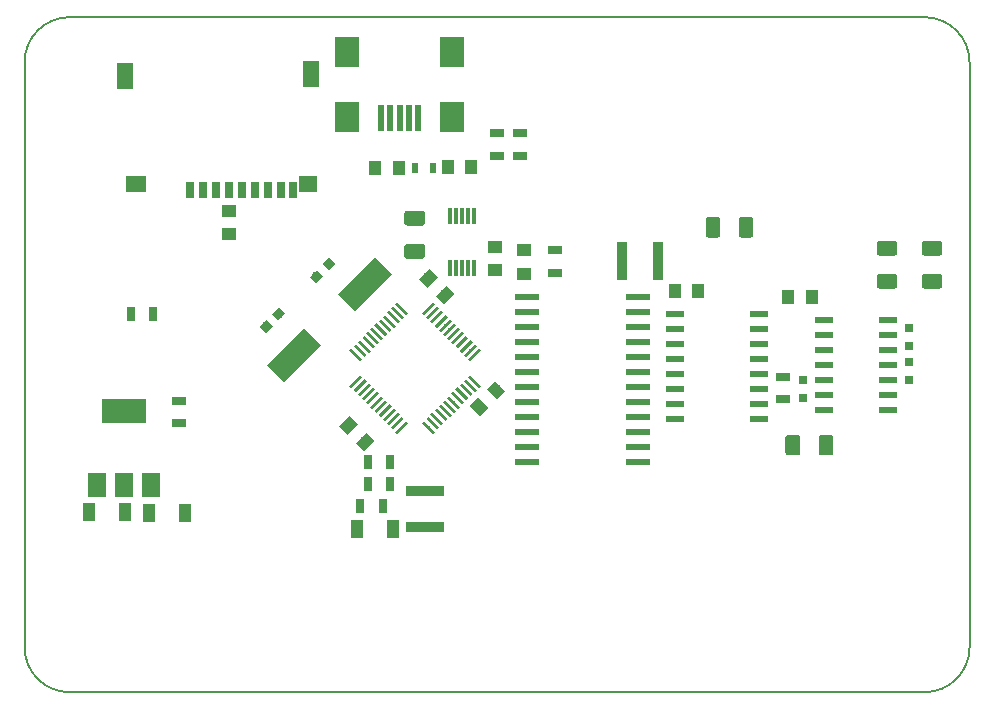
<source format=gbr>
%TF.GenerationSoftware,KiCad,Pcbnew,(5.1.4-0-10_14)*%
%TF.CreationDate,2019-10-07T11:49:19-07:00*%
%TF.ProjectId,OPL3_VGM_Player,4f504c33-5f56-4474-9d5f-506c61796572,rev?*%
%TF.SameCoordinates,Original*%
%TF.FileFunction,Paste,Top*%
%TF.FilePolarity,Positive*%
%FSLAX46Y46*%
G04 Gerber Fmt 4.6, Leading zero omitted, Abs format (unit mm)*
G04 Created by KiCad (PCBNEW (5.1.4-0-10_14)) date 2019-10-07 11:49:19*
%MOMM*%
%LPD*%
G04 APERTURE LIST*
%ADD10C,0.150000*%
%ADD11C,1.250000*%
%ADD12R,1.400000X2.200000*%
%ADD13R,1.800000X1.400000*%
%ADD14R,1.600000X1.400000*%
%ADD15R,0.700000X1.400000*%
%ADD16R,1.000000X1.600000*%
%ADD17R,1.250000X1.000000*%
%ADD18R,1.000000X1.250000*%
%ADD19C,0.750000*%
%ADD20C,1.000000*%
%ADD21R,0.750000X0.800000*%
%ADD22R,2.000000X2.500000*%
%ADD23R,0.500000X2.300000*%
%ADD24R,0.500000X0.900000*%
%ADD25R,0.950000X3.300000*%
%ADD26R,3.300000X0.950000*%
%ADD27R,1.300000X0.700000*%
%ADD28R,0.700000X1.300000*%
%ADD29R,1.500000X2.000000*%
%ADD30R,3.800000X2.000000*%
%ADD31C,0.250000*%
%ADD32R,0.300000X1.400000*%
%ADD33R,2.000000X0.600000*%
%ADD34R,1.500000X0.600000*%
%ADD35C,2.000000*%
G04 APERTURE END LIST*
D10*
X153670000Y-140970000D02*
X226060000Y-140970000D01*
X149860000Y-87630000D02*
X149860000Y-137160000D01*
X226060000Y-83820000D02*
X153670000Y-83820000D01*
X229870000Y-137160000D02*
X229870000Y-87630000D01*
X229870000Y-137160000D02*
G75*
G02X226060000Y-140970000I-3810000J0D01*
G01*
X153670000Y-140970000D02*
G75*
G02X149860000Y-137160000I0J3810000D01*
G01*
X149860000Y-87630000D02*
G75*
G02X153670000Y-83820000I3810000J0D01*
G01*
X226060000Y-83820000D02*
G75*
G02X229870000Y-87630000I0J-3810000D01*
G01*
G36*
X227344504Y-102751204D02*
G01*
X227368773Y-102754804D01*
X227392571Y-102760765D01*
X227415671Y-102769030D01*
X227437849Y-102779520D01*
X227458893Y-102792133D01*
X227478598Y-102806747D01*
X227496777Y-102823223D01*
X227513253Y-102841402D01*
X227527867Y-102861107D01*
X227540480Y-102882151D01*
X227550970Y-102904329D01*
X227559235Y-102927429D01*
X227565196Y-102951227D01*
X227568796Y-102975496D01*
X227570000Y-103000000D01*
X227570000Y-103750000D01*
X227568796Y-103774504D01*
X227565196Y-103798773D01*
X227559235Y-103822571D01*
X227550970Y-103845671D01*
X227540480Y-103867849D01*
X227527867Y-103888893D01*
X227513253Y-103908598D01*
X227496777Y-103926777D01*
X227478598Y-103943253D01*
X227458893Y-103957867D01*
X227437849Y-103970480D01*
X227415671Y-103980970D01*
X227392571Y-103989235D01*
X227368773Y-103995196D01*
X227344504Y-103998796D01*
X227320000Y-104000000D01*
X226070000Y-104000000D01*
X226045496Y-103998796D01*
X226021227Y-103995196D01*
X225997429Y-103989235D01*
X225974329Y-103980970D01*
X225952151Y-103970480D01*
X225931107Y-103957867D01*
X225911402Y-103943253D01*
X225893223Y-103926777D01*
X225876747Y-103908598D01*
X225862133Y-103888893D01*
X225849520Y-103867849D01*
X225839030Y-103845671D01*
X225830765Y-103822571D01*
X225824804Y-103798773D01*
X225821204Y-103774504D01*
X225820000Y-103750000D01*
X225820000Y-103000000D01*
X225821204Y-102975496D01*
X225824804Y-102951227D01*
X225830765Y-102927429D01*
X225839030Y-102904329D01*
X225849520Y-102882151D01*
X225862133Y-102861107D01*
X225876747Y-102841402D01*
X225893223Y-102823223D01*
X225911402Y-102806747D01*
X225931107Y-102792133D01*
X225952151Y-102779520D01*
X225974329Y-102769030D01*
X225997429Y-102760765D01*
X226021227Y-102754804D01*
X226045496Y-102751204D01*
X226070000Y-102750000D01*
X227320000Y-102750000D01*
X227344504Y-102751204D01*
X227344504Y-102751204D01*
G37*
D11*
X226695000Y-103375000D03*
D10*
G36*
X227344504Y-105551204D02*
G01*
X227368773Y-105554804D01*
X227392571Y-105560765D01*
X227415671Y-105569030D01*
X227437849Y-105579520D01*
X227458893Y-105592133D01*
X227478598Y-105606747D01*
X227496777Y-105623223D01*
X227513253Y-105641402D01*
X227527867Y-105661107D01*
X227540480Y-105682151D01*
X227550970Y-105704329D01*
X227559235Y-105727429D01*
X227565196Y-105751227D01*
X227568796Y-105775496D01*
X227570000Y-105800000D01*
X227570000Y-106550000D01*
X227568796Y-106574504D01*
X227565196Y-106598773D01*
X227559235Y-106622571D01*
X227550970Y-106645671D01*
X227540480Y-106667849D01*
X227527867Y-106688893D01*
X227513253Y-106708598D01*
X227496777Y-106726777D01*
X227478598Y-106743253D01*
X227458893Y-106757867D01*
X227437849Y-106770480D01*
X227415671Y-106780970D01*
X227392571Y-106789235D01*
X227368773Y-106795196D01*
X227344504Y-106798796D01*
X227320000Y-106800000D01*
X226070000Y-106800000D01*
X226045496Y-106798796D01*
X226021227Y-106795196D01*
X225997429Y-106789235D01*
X225974329Y-106780970D01*
X225952151Y-106770480D01*
X225931107Y-106757867D01*
X225911402Y-106743253D01*
X225893223Y-106726777D01*
X225876747Y-106708598D01*
X225862133Y-106688893D01*
X225849520Y-106667849D01*
X225839030Y-106645671D01*
X225830765Y-106622571D01*
X225824804Y-106598773D01*
X225821204Y-106574504D01*
X225820000Y-106550000D01*
X225820000Y-105800000D01*
X225821204Y-105775496D01*
X225824804Y-105751227D01*
X225830765Y-105727429D01*
X225839030Y-105704329D01*
X225849520Y-105682151D01*
X225862133Y-105661107D01*
X225876747Y-105641402D01*
X225893223Y-105623223D01*
X225911402Y-105606747D01*
X225931107Y-105592133D01*
X225952151Y-105579520D01*
X225974329Y-105569030D01*
X225997429Y-105560765D01*
X226021227Y-105554804D01*
X226045496Y-105551204D01*
X226070000Y-105550000D01*
X227320000Y-105550000D01*
X227344504Y-105551204D01*
X227344504Y-105551204D01*
G37*
D11*
X226695000Y-106175000D03*
D10*
G36*
X223534504Y-102751204D02*
G01*
X223558773Y-102754804D01*
X223582571Y-102760765D01*
X223605671Y-102769030D01*
X223627849Y-102779520D01*
X223648893Y-102792133D01*
X223668598Y-102806747D01*
X223686777Y-102823223D01*
X223703253Y-102841402D01*
X223717867Y-102861107D01*
X223730480Y-102882151D01*
X223740970Y-102904329D01*
X223749235Y-102927429D01*
X223755196Y-102951227D01*
X223758796Y-102975496D01*
X223760000Y-103000000D01*
X223760000Y-103750000D01*
X223758796Y-103774504D01*
X223755196Y-103798773D01*
X223749235Y-103822571D01*
X223740970Y-103845671D01*
X223730480Y-103867849D01*
X223717867Y-103888893D01*
X223703253Y-103908598D01*
X223686777Y-103926777D01*
X223668598Y-103943253D01*
X223648893Y-103957867D01*
X223627849Y-103970480D01*
X223605671Y-103980970D01*
X223582571Y-103989235D01*
X223558773Y-103995196D01*
X223534504Y-103998796D01*
X223510000Y-104000000D01*
X222260000Y-104000000D01*
X222235496Y-103998796D01*
X222211227Y-103995196D01*
X222187429Y-103989235D01*
X222164329Y-103980970D01*
X222142151Y-103970480D01*
X222121107Y-103957867D01*
X222101402Y-103943253D01*
X222083223Y-103926777D01*
X222066747Y-103908598D01*
X222052133Y-103888893D01*
X222039520Y-103867849D01*
X222029030Y-103845671D01*
X222020765Y-103822571D01*
X222014804Y-103798773D01*
X222011204Y-103774504D01*
X222010000Y-103750000D01*
X222010000Y-103000000D01*
X222011204Y-102975496D01*
X222014804Y-102951227D01*
X222020765Y-102927429D01*
X222029030Y-102904329D01*
X222039520Y-102882151D01*
X222052133Y-102861107D01*
X222066747Y-102841402D01*
X222083223Y-102823223D01*
X222101402Y-102806747D01*
X222121107Y-102792133D01*
X222142151Y-102779520D01*
X222164329Y-102769030D01*
X222187429Y-102760765D01*
X222211227Y-102754804D01*
X222235496Y-102751204D01*
X222260000Y-102750000D01*
X223510000Y-102750000D01*
X223534504Y-102751204D01*
X223534504Y-102751204D01*
G37*
D11*
X222885000Y-103375000D03*
D10*
G36*
X223534504Y-105551204D02*
G01*
X223558773Y-105554804D01*
X223582571Y-105560765D01*
X223605671Y-105569030D01*
X223627849Y-105579520D01*
X223648893Y-105592133D01*
X223668598Y-105606747D01*
X223686777Y-105623223D01*
X223703253Y-105641402D01*
X223717867Y-105661107D01*
X223730480Y-105682151D01*
X223740970Y-105704329D01*
X223749235Y-105727429D01*
X223755196Y-105751227D01*
X223758796Y-105775496D01*
X223760000Y-105800000D01*
X223760000Y-106550000D01*
X223758796Y-106574504D01*
X223755196Y-106598773D01*
X223749235Y-106622571D01*
X223740970Y-106645671D01*
X223730480Y-106667849D01*
X223717867Y-106688893D01*
X223703253Y-106708598D01*
X223686777Y-106726777D01*
X223668598Y-106743253D01*
X223648893Y-106757867D01*
X223627849Y-106770480D01*
X223605671Y-106780970D01*
X223582571Y-106789235D01*
X223558773Y-106795196D01*
X223534504Y-106798796D01*
X223510000Y-106800000D01*
X222260000Y-106800000D01*
X222235496Y-106798796D01*
X222211227Y-106795196D01*
X222187429Y-106789235D01*
X222164329Y-106780970D01*
X222142151Y-106770480D01*
X222121107Y-106757867D01*
X222101402Y-106743253D01*
X222083223Y-106726777D01*
X222066747Y-106708598D01*
X222052133Y-106688893D01*
X222039520Y-106667849D01*
X222029030Y-106645671D01*
X222020765Y-106622571D01*
X222014804Y-106598773D01*
X222011204Y-106574504D01*
X222010000Y-106550000D01*
X222010000Y-105800000D01*
X222011204Y-105775496D01*
X222014804Y-105751227D01*
X222020765Y-105727429D01*
X222029030Y-105704329D01*
X222039520Y-105682151D01*
X222052133Y-105661107D01*
X222066747Y-105641402D01*
X222083223Y-105623223D01*
X222101402Y-105606747D01*
X222121107Y-105592133D01*
X222142151Y-105579520D01*
X222164329Y-105569030D01*
X222187429Y-105560765D01*
X222211227Y-105554804D01*
X222235496Y-105551204D01*
X222260000Y-105550000D01*
X223510000Y-105550000D01*
X223534504Y-105551204D01*
X223534504Y-105551204D01*
G37*
D11*
X222885000Y-106175000D03*
D10*
G36*
X218105904Y-119179304D02*
G01*
X218130173Y-119182904D01*
X218153971Y-119188865D01*
X218177071Y-119197130D01*
X218199249Y-119207620D01*
X218220293Y-119220233D01*
X218239998Y-119234847D01*
X218258177Y-119251323D01*
X218274653Y-119269502D01*
X218289267Y-119289207D01*
X218301880Y-119310251D01*
X218312370Y-119332429D01*
X218320635Y-119355529D01*
X218326596Y-119379327D01*
X218330196Y-119403596D01*
X218331400Y-119428100D01*
X218331400Y-120678100D01*
X218330196Y-120702604D01*
X218326596Y-120726873D01*
X218320635Y-120750671D01*
X218312370Y-120773771D01*
X218301880Y-120795949D01*
X218289267Y-120816993D01*
X218274653Y-120836698D01*
X218258177Y-120854877D01*
X218239998Y-120871353D01*
X218220293Y-120885967D01*
X218199249Y-120898580D01*
X218177071Y-120909070D01*
X218153971Y-120917335D01*
X218130173Y-120923296D01*
X218105904Y-120926896D01*
X218081400Y-120928100D01*
X217331400Y-120928100D01*
X217306896Y-120926896D01*
X217282627Y-120923296D01*
X217258829Y-120917335D01*
X217235729Y-120909070D01*
X217213551Y-120898580D01*
X217192507Y-120885967D01*
X217172802Y-120871353D01*
X217154623Y-120854877D01*
X217138147Y-120836698D01*
X217123533Y-120816993D01*
X217110920Y-120795949D01*
X217100430Y-120773771D01*
X217092165Y-120750671D01*
X217086204Y-120726873D01*
X217082604Y-120702604D01*
X217081400Y-120678100D01*
X217081400Y-119428100D01*
X217082604Y-119403596D01*
X217086204Y-119379327D01*
X217092165Y-119355529D01*
X217100430Y-119332429D01*
X217110920Y-119310251D01*
X217123533Y-119289207D01*
X217138147Y-119269502D01*
X217154623Y-119251323D01*
X217172802Y-119234847D01*
X217192507Y-119220233D01*
X217213551Y-119207620D01*
X217235729Y-119197130D01*
X217258829Y-119188865D01*
X217282627Y-119182904D01*
X217306896Y-119179304D01*
X217331400Y-119178100D01*
X218081400Y-119178100D01*
X218105904Y-119179304D01*
X218105904Y-119179304D01*
G37*
D11*
X217706400Y-120053100D03*
D10*
G36*
X215305904Y-119179304D02*
G01*
X215330173Y-119182904D01*
X215353971Y-119188865D01*
X215377071Y-119197130D01*
X215399249Y-119207620D01*
X215420293Y-119220233D01*
X215439998Y-119234847D01*
X215458177Y-119251323D01*
X215474653Y-119269502D01*
X215489267Y-119289207D01*
X215501880Y-119310251D01*
X215512370Y-119332429D01*
X215520635Y-119355529D01*
X215526596Y-119379327D01*
X215530196Y-119403596D01*
X215531400Y-119428100D01*
X215531400Y-120678100D01*
X215530196Y-120702604D01*
X215526596Y-120726873D01*
X215520635Y-120750671D01*
X215512370Y-120773771D01*
X215501880Y-120795949D01*
X215489267Y-120816993D01*
X215474653Y-120836698D01*
X215458177Y-120854877D01*
X215439998Y-120871353D01*
X215420293Y-120885967D01*
X215399249Y-120898580D01*
X215377071Y-120909070D01*
X215353971Y-120917335D01*
X215330173Y-120923296D01*
X215305904Y-120926896D01*
X215281400Y-120928100D01*
X214531400Y-120928100D01*
X214506896Y-120926896D01*
X214482627Y-120923296D01*
X214458829Y-120917335D01*
X214435729Y-120909070D01*
X214413551Y-120898580D01*
X214392507Y-120885967D01*
X214372802Y-120871353D01*
X214354623Y-120854877D01*
X214338147Y-120836698D01*
X214323533Y-120816993D01*
X214310920Y-120795949D01*
X214300430Y-120773771D01*
X214292165Y-120750671D01*
X214286204Y-120726873D01*
X214282604Y-120702604D01*
X214281400Y-120678100D01*
X214281400Y-119428100D01*
X214282604Y-119403596D01*
X214286204Y-119379327D01*
X214292165Y-119355529D01*
X214300430Y-119332429D01*
X214310920Y-119310251D01*
X214323533Y-119289207D01*
X214338147Y-119269502D01*
X214354623Y-119251323D01*
X214372802Y-119234847D01*
X214392507Y-119220233D01*
X214413551Y-119207620D01*
X214435729Y-119197130D01*
X214458829Y-119188865D01*
X214482627Y-119182904D01*
X214506896Y-119179304D01*
X214531400Y-119178100D01*
X215281400Y-119178100D01*
X215305904Y-119179304D01*
X215305904Y-119179304D01*
G37*
D11*
X214906400Y-120053100D03*
D10*
G36*
X211349504Y-100726204D02*
G01*
X211373773Y-100729804D01*
X211397571Y-100735765D01*
X211420671Y-100744030D01*
X211442849Y-100754520D01*
X211463893Y-100767133D01*
X211483598Y-100781747D01*
X211501777Y-100798223D01*
X211518253Y-100816402D01*
X211532867Y-100836107D01*
X211545480Y-100857151D01*
X211555970Y-100879329D01*
X211564235Y-100902429D01*
X211570196Y-100926227D01*
X211573796Y-100950496D01*
X211575000Y-100975000D01*
X211575000Y-102225000D01*
X211573796Y-102249504D01*
X211570196Y-102273773D01*
X211564235Y-102297571D01*
X211555970Y-102320671D01*
X211545480Y-102342849D01*
X211532867Y-102363893D01*
X211518253Y-102383598D01*
X211501777Y-102401777D01*
X211483598Y-102418253D01*
X211463893Y-102432867D01*
X211442849Y-102445480D01*
X211420671Y-102455970D01*
X211397571Y-102464235D01*
X211373773Y-102470196D01*
X211349504Y-102473796D01*
X211325000Y-102475000D01*
X210575000Y-102475000D01*
X210550496Y-102473796D01*
X210526227Y-102470196D01*
X210502429Y-102464235D01*
X210479329Y-102455970D01*
X210457151Y-102445480D01*
X210436107Y-102432867D01*
X210416402Y-102418253D01*
X210398223Y-102401777D01*
X210381747Y-102383598D01*
X210367133Y-102363893D01*
X210354520Y-102342849D01*
X210344030Y-102320671D01*
X210335765Y-102297571D01*
X210329804Y-102273773D01*
X210326204Y-102249504D01*
X210325000Y-102225000D01*
X210325000Y-100975000D01*
X210326204Y-100950496D01*
X210329804Y-100926227D01*
X210335765Y-100902429D01*
X210344030Y-100879329D01*
X210354520Y-100857151D01*
X210367133Y-100836107D01*
X210381747Y-100816402D01*
X210398223Y-100798223D01*
X210416402Y-100781747D01*
X210436107Y-100767133D01*
X210457151Y-100754520D01*
X210479329Y-100744030D01*
X210502429Y-100735765D01*
X210526227Y-100729804D01*
X210550496Y-100726204D01*
X210575000Y-100725000D01*
X211325000Y-100725000D01*
X211349504Y-100726204D01*
X211349504Y-100726204D01*
G37*
D11*
X210950000Y-101600000D03*
D10*
G36*
X208549504Y-100726204D02*
G01*
X208573773Y-100729804D01*
X208597571Y-100735765D01*
X208620671Y-100744030D01*
X208642849Y-100754520D01*
X208663893Y-100767133D01*
X208683598Y-100781747D01*
X208701777Y-100798223D01*
X208718253Y-100816402D01*
X208732867Y-100836107D01*
X208745480Y-100857151D01*
X208755970Y-100879329D01*
X208764235Y-100902429D01*
X208770196Y-100926227D01*
X208773796Y-100950496D01*
X208775000Y-100975000D01*
X208775000Y-102225000D01*
X208773796Y-102249504D01*
X208770196Y-102273773D01*
X208764235Y-102297571D01*
X208755970Y-102320671D01*
X208745480Y-102342849D01*
X208732867Y-102363893D01*
X208718253Y-102383598D01*
X208701777Y-102401777D01*
X208683598Y-102418253D01*
X208663893Y-102432867D01*
X208642849Y-102445480D01*
X208620671Y-102455970D01*
X208597571Y-102464235D01*
X208573773Y-102470196D01*
X208549504Y-102473796D01*
X208525000Y-102475000D01*
X207775000Y-102475000D01*
X207750496Y-102473796D01*
X207726227Y-102470196D01*
X207702429Y-102464235D01*
X207679329Y-102455970D01*
X207657151Y-102445480D01*
X207636107Y-102432867D01*
X207616402Y-102418253D01*
X207598223Y-102401777D01*
X207581747Y-102383598D01*
X207567133Y-102363893D01*
X207554520Y-102342849D01*
X207544030Y-102320671D01*
X207535765Y-102297571D01*
X207529804Y-102273773D01*
X207526204Y-102249504D01*
X207525000Y-102225000D01*
X207525000Y-100975000D01*
X207526204Y-100950496D01*
X207529804Y-100926227D01*
X207535765Y-100902429D01*
X207544030Y-100879329D01*
X207554520Y-100857151D01*
X207567133Y-100836107D01*
X207581747Y-100816402D01*
X207598223Y-100798223D01*
X207616402Y-100781747D01*
X207636107Y-100767133D01*
X207657151Y-100754520D01*
X207679329Y-100744030D01*
X207702429Y-100735765D01*
X207726227Y-100729804D01*
X207750496Y-100726204D01*
X207775000Y-100725000D01*
X208525000Y-100725000D01*
X208549504Y-100726204D01*
X208549504Y-100726204D01*
G37*
D11*
X208150000Y-101600000D03*
D10*
G36*
X183529504Y-103011204D02*
G01*
X183553773Y-103014804D01*
X183577571Y-103020765D01*
X183600671Y-103029030D01*
X183622849Y-103039520D01*
X183643893Y-103052133D01*
X183663598Y-103066747D01*
X183681777Y-103083223D01*
X183698253Y-103101402D01*
X183712867Y-103121107D01*
X183725480Y-103142151D01*
X183735970Y-103164329D01*
X183744235Y-103187429D01*
X183750196Y-103211227D01*
X183753796Y-103235496D01*
X183755000Y-103260000D01*
X183755000Y-104010000D01*
X183753796Y-104034504D01*
X183750196Y-104058773D01*
X183744235Y-104082571D01*
X183735970Y-104105671D01*
X183725480Y-104127849D01*
X183712867Y-104148893D01*
X183698253Y-104168598D01*
X183681777Y-104186777D01*
X183663598Y-104203253D01*
X183643893Y-104217867D01*
X183622849Y-104230480D01*
X183600671Y-104240970D01*
X183577571Y-104249235D01*
X183553773Y-104255196D01*
X183529504Y-104258796D01*
X183505000Y-104260000D01*
X182255000Y-104260000D01*
X182230496Y-104258796D01*
X182206227Y-104255196D01*
X182182429Y-104249235D01*
X182159329Y-104240970D01*
X182137151Y-104230480D01*
X182116107Y-104217867D01*
X182096402Y-104203253D01*
X182078223Y-104186777D01*
X182061747Y-104168598D01*
X182047133Y-104148893D01*
X182034520Y-104127849D01*
X182024030Y-104105671D01*
X182015765Y-104082571D01*
X182009804Y-104058773D01*
X182006204Y-104034504D01*
X182005000Y-104010000D01*
X182005000Y-103260000D01*
X182006204Y-103235496D01*
X182009804Y-103211227D01*
X182015765Y-103187429D01*
X182024030Y-103164329D01*
X182034520Y-103142151D01*
X182047133Y-103121107D01*
X182061747Y-103101402D01*
X182078223Y-103083223D01*
X182096402Y-103066747D01*
X182116107Y-103052133D01*
X182137151Y-103039520D01*
X182159329Y-103029030D01*
X182182429Y-103020765D01*
X182206227Y-103014804D01*
X182230496Y-103011204D01*
X182255000Y-103010000D01*
X183505000Y-103010000D01*
X183529504Y-103011204D01*
X183529504Y-103011204D01*
G37*
D11*
X182880000Y-103635000D03*
D10*
G36*
X183529504Y-100211204D02*
G01*
X183553773Y-100214804D01*
X183577571Y-100220765D01*
X183600671Y-100229030D01*
X183622849Y-100239520D01*
X183643893Y-100252133D01*
X183663598Y-100266747D01*
X183681777Y-100283223D01*
X183698253Y-100301402D01*
X183712867Y-100321107D01*
X183725480Y-100342151D01*
X183735970Y-100364329D01*
X183744235Y-100387429D01*
X183750196Y-100411227D01*
X183753796Y-100435496D01*
X183755000Y-100460000D01*
X183755000Y-101210000D01*
X183753796Y-101234504D01*
X183750196Y-101258773D01*
X183744235Y-101282571D01*
X183735970Y-101305671D01*
X183725480Y-101327849D01*
X183712867Y-101348893D01*
X183698253Y-101368598D01*
X183681777Y-101386777D01*
X183663598Y-101403253D01*
X183643893Y-101417867D01*
X183622849Y-101430480D01*
X183600671Y-101440970D01*
X183577571Y-101449235D01*
X183553773Y-101455196D01*
X183529504Y-101458796D01*
X183505000Y-101460000D01*
X182255000Y-101460000D01*
X182230496Y-101458796D01*
X182206227Y-101455196D01*
X182182429Y-101449235D01*
X182159329Y-101440970D01*
X182137151Y-101430480D01*
X182116107Y-101417867D01*
X182096402Y-101403253D01*
X182078223Y-101386777D01*
X182061747Y-101368598D01*
X182047133Y-101348893D01*
X182034520Y-101327849D01*
X182024030Y-101305671D01*
X182015765Y-101282571D01*
X182009804Y-101258773D01*
X182006204Y-101234504D01*
X182005000Y-101210000D01*
X182005000Y-100460000D01*
X182006204Y-100435496D01*
X182009804Y-100411227D01*
X182015765Y-100387429D01*
X182024030Y-100364329D01*
X182034520Y-100342151D01*
X182047133Y-100321107D01*
X182061747Y-100301402D01*
X182078223Y-100283223D01*
X182096402Y-100266747D01*
X182116107Y-100252133D01*
X182137151Y-100239520D01*
X182159329Y-100229030D01*
X182182429Y-100220765D01*
X182206227Y-100214804D01*
X182230496Y-100211204D01*
X182255000Y-100210000D01*
X183505000Y-100210000D01*
X183529504Y-100211204D01*
X183529504Y-100211204D01*
G37*
D11*
X182880000Y-100835000D03*
D12*
X174081000Y-88626000D03*
X158331000Y-88824000D03*
D13*
X159332000Y-97925000D03*
D14*
X173880000Y-97925000D03*
D15*
X172630000Y-98425000D03*
X171530000Y-98425000D03*
X170430000Y-98425000D03*
X169330000Y-98425000D03*
X168230000Y-98425000D03*
X167130000Y-98425000D03*
X166030000Y-98425000D03*
X164930000Y-98425000D03*
X163830000Y-98425000D03*
D16*
X163425000Y-125793500D03*
X160425000Y-125793500D03*
X158345000Y-125730000D03*
X155345000Y-125730000D03*
D17*
X189674500Y-103267000D03*
X189674500Y-105267000D03*
D18*
X179543200Y-96621600D03*
X181543200Y-96621600D03*
X185690000Y-96520000D03*
X187690000Y-96520000D03*
D19*
X174577270Y-105762530D03*
D10*
G36*
X174594948Y-105214522D02*
G01*
X175125278Y-105744852D01*
X174559592Y-106310538D01*
X174029262Y-105780208D01*
X174594948Y-105214522D01*
X174594948Y-105214522D01*
G37*
D19*
X175637930Y-104701870D03*
D10*
G36*
X175655608Y-104153862D02*
G01*
X176185938Y-104684192D01*
X175620252Y-105249878D01*
X175089922Y-104719548D01*
X175655608Y-104153862D01*
X175655608Y-104153862D01*
G37*
D19*
X170310070Y-109991630D03*
D10*
G36*
X170292392Y-110539638D02*
G01*
X169762062Y-110009308D01*
X170327748Y-109443622D01*
X170858078Y-109973952D01*
X170292392Y-110539638D01*
X170292392Y-110539638D01*
G37*
D19*
X171370730Y-108930970D03*
D10*
G36*
X171353052Y-109478978D02*
G01*
X170822722Y-108948648D01*
X171388408Y-108382962D01*
X171918738Y-108913292D01*
X171353052Y-109478978D01*
X171353052Y-109478978D01*
G37*
D20*
X178710307Y-119782307D03*
D10*
G36*
X179505802Y-119693919D02*
G01*
X178621919Y-120577802D01*
X177914812Y-119870695D01*
X178798695Y-118986812D01*
X179505802Y-119693919D01*
X179505802Y-119693919D01*
G37*
D20*
X177296093Y-118368093D03*
D10*
G36*
X178091588Y-118279705D02*
G01*
X177207705Y-119163588D01*
X176500598Y-118456481D01*
X177384481Y-117572598D01*
X178091588Y-118279705D01*
X178091588Y-118279705D01*
G37*
D20*
X184056586Y-105926186D03*
D10*
G36*
X184852081Y-105837798D02*
G01*
X183968198Y-106721681D01*
X183261091Y-106014574D01*
X184144974Y-105130691D01*
X184852081Y-105837798D01*
X184852081Y-105837798D01*
G37*
D20*
X185470800Y-107340400D03*
D10*
G36*
X186266295Y-107252012D02*
G01*
X185382412Y-108135895D01*
X184675305Y-107428788D01*
X185559188Y-106544905D01*
X186266295Y-107252012D01*
X186266295Y-107252012D01*
G37*
D20*
X188353700Y-116801900D03*
D10*
G36*
X188265312Y-116006405D02*
G01*
X189149195Y-116890288D01*
X188442088Y-117597395D01*
X187558205Y-116713512D01*
X188265312Y-116006405D01*
X188265312Y-116006405D01*
G37*
D20*
X189767914Y-115387686D03*
D10*
G36*
X189679526Y-114592191D02*
G01*
X190563409Y-115476074D01*
X189856302Y-116183181D01*
X188972419Y-115299298D01*
X189679526Y-114592191D01*
X189679526Y-114592191D01*
G37*
D17*
X167132000Y-102219000D03*
X167132000Y-100219000D03*
X192151000Y-105559100D03*
X192151000Y-103559100D03*
D18*
X206905100Y-106972100D03*
X204905100Y-106972100D03*
D21*
X215734900Y-116040600D03*
X215734900Y-114540600D03*
X224739200Y-110159100D03*
X224739200Y-111659100D03*
X224726500Y-114516600D03*
X224726500Y-113016600D03*
D18*
X216493600Y-107530900D03*
X214493600Y-107530900D03*
D16*
X178039900Y-127190500D03*
X181039900Y-127190500D03*
D22*
X177160000Y-86735000D03*
X177160000Y-92235000D03*
X186060000Y-86735000D03*
X186060000Y-92235000D03*
D23*
X180010000Y-92335000D03*
X180810000Y-92335000D03*
X181610000Y-92335000D03*
X182410000Y-92335000D03*
X183210000Y-92335000D03*
D24*
X182917400Y-96621600D03*
X184417400Y-96621600D03*
D25*
X200480200Y-104495600D03*
X203530200Y-104495600D03*
D26*
X183756300Y-127012700D03*
X183756300Y-123962700D03*
D27*
X189865000Y-93665000D03*
X189865000Y-95565000D03*
X191770000Y-95565000D03*
X191770000Y-93665000D03*
D28*
X158866800Y-108978700D03*
X160766800Y-108978700D03*
D27*
X162915600Y-118209100D03*
X162915600Y-116309100D03*
X194741800Y-103558300D03*
X194741800Y-105458300D03*
X214058500Y-116177100D03*
X214058500Y-114277100D03*
D28*
X178907400Y-121488200D03*
X180807400Y-121488200D03*
X180172400Y-125183900D03*
X178272400Y-125183900D03*
X178907400Y-123317000D03*
X180807400Y-123317000D03*
D29*
X155967400Y-123431700D03*
X160567400Y-123431700D03*
X158267400Y-123431700D03*
D30*
X158267400Y-117131700D03*
D31*
X184062171Y-108492142D03*
D10*
G36*
X183690940Y-109040150D02*
G01*
X183514163Y-108863373D01*
X184433402Y-107944134D01*
X184610179Y-108120911D01*
X183690940Y-109040150D01*
X183690940Y-109040150D01*
G37*
D31*
X184415724Y-108845695D03*
D10*
G36*
X184044493Y-109393703D02*
G01*
X183867716Y-109216926D01*
X184786955Y-108297687D01*
X184963732Y-108474464D01*
X184044493Y-109393703D01*
X184044493Y-109393703D01*
G37*
D31*
X184769278Y-109199249D03*
D10*
G36*
X184398047Y-109747257D02*
G01*
X184221270Y-109570480D01*
X185140509Y-108651241D01*
X185317286Y-108828018D01*
X184398047Y-109747257D01*
X184398047Y-109747257D01*
G37*
D31*
X185122831Y-109552802D03*
D10*
G36*
X184751600Y-110100810D02*
G01*
X184574823Y-109924033D01*
X185494062Y-109004794D01*
X185670839Y-109181571D01*
X184751600Y-110100810D01*
X184751600Y-110100810D01*
G37*
D31*
X185476384Y-109906355D03*
D10*
G36*
X185105153Y-110454363D02*
G01*
X184928376Y-110277586D01*
X185847615Y-109358347D01*
X186024392Y-109535124D01*
X185105153Y-110454363D01*
X185105153Y-110454363D01*
G37*
D31*
X185829938Y-110259909D03*
D10*
G36*
X185458707Y-110807917D02*
G01*
X185281930Y-110631140D01*
X186201169Y-109711901D01*
X186377946Y-109888678D01*
X185458707Y-110807917D01*
X185458707Y-110807917D01*
G37*
D31*
X186183491Y-110613462D03*
D10*
G36*
X185812260Y-111161470D02*
G01*
X185635483Y-110984693D01*
X186554722Y-110065454D01*
X186731499Y-110242231D01*
X185812260Y-111161470D01*
X185812260Y-111161470D01*
G37*
D31*
X186537045Y-110967016D03*
D10*
G36*
X186165814Y-111515024D02*
G01*
X185989037Y-111338247D01*
X186908276Y-110419008D01*
X187085053Y-110595785D01*
X186165814Y-111515024D01*
X186165814Y-111515024D01*
G37*
D31*
X186890598Y-111320569D03*
D10*
G36*
X186519367Y-111868577D02*
G01*
X186342590Y-111691800D01*
X187261829Y-110772561D01*
X187438606Y-110949338D01*
X186519367Y-111868577D01*
X186519367Y-111868577D01*
G37*
D31*
X187244151Y-111674122D03*
D10*
G36*
X186872920Y-112222130D02*
G01*
X186696143Y-112045353D01*
X187615382Y-111126114D01*
X187792159Y-111302891D01*
X186872920Y-112222130D01*
X186872920Y-112222130D01*
G37*
D31*
X187597705Y-112027676D03*
D10*
G36*
X187226474Y-112575684D02*
G01*
X187049697Y-112398907D01*
X187968936Y-111479668D01*
X188145713Y-111656445D01*
X187226474Y-112575684D01*
X187226474Y-112575684D01*
G37*
D31*
X187951258Y-112381229D03*
D10*
G36*
X187580027Y-112929237D02*
G01*
X187403250Y-112752460D01*
X188322489Y-111833221D01*
X188499266Y-112009998D01*
X187580027Y-112929237D01*
X187580027Y-112929237D01*
G37*
D31*
X187951258Y-114643971D03*
D10*
G36*
X187403250Y-114272740D02*
G01*
X187580027Y-114095963D01*
X188499266Y-115015202D01*
X188322489Y-115191979D01*
X187403250Y-114272740D01*
X187403250Y-114272740D01*
G37*
D31*
X187597705Y-114997524D03*
D10*
G36*
X187049697Y-114626293D02*
G01*
X187226474Y-114449516D01*
X188145713Y-115368755D01*
X187968936Y-115545532D01*
X187049697Y-114626293D01*
X187049697Y-114626293D01*
G37*
D31*
X187244151Y-115351078D03*
D10*
G36*
X186696143Y-114979847D02*
G01*
X186872920Y-114803070D01*
X187792159Y-115722309D01*
X187615382Y-115899086D01*
X186696143Y-114979847D01*
X186696143Y-114979847D01*
G37*
D31*
X186890598Y-115704631D03*
D10*
G36*
X186342590Y-115333400D02*
G01*
X186519367Y-115156623D01*
X187438606Y-116075862D01*
X187261829Y-116252639D01*
X186342590Y-115333400D01*
X186342590Y-115333400D01*
G37*
D31*
X186537045Y-116058184D03*
D10*
G36*
X185989037Y-115686953D02*
G01*
X186165814Y-115510176D01*
X187085053Y-116429415D01*
X186908276Y-116606192D01*
X185989037Y-115686953D01*
X185989037Y-115686953D01*
G37*
D31*
X186183491Y-116411738D03*
D10*
G36*
X185635483Y-116040507D02*
G01*
X185812260Y-115863730D01*
X186731499Y-116782969D01*
X186554722Y-116959746D01*
X185635483Y-116040507D01*
X185635483Y-116040507D01*
G37*
D31*
X185829938Y-116765291D03*
D10*
G36*
X185281930Y-116394060D02*
G01*
X185458707Y-116217283D01*
X186377946Y-117136522D01*
X186201169Y-117313299D01*
X185281930Y-116394060D01*
X185281930Y-116394060D01*
G37*
D31*
X185476384Y-117118845D03*
D10*
G36*
X184928376Y-116747614D02*
G01*
X185105153Y-116570837D01*
X186024392Y-117490076D01*
X185847615Y-117666853D01*
X184928376Y-116747614D01*
X184928376Y-116747614D01*
G37*
D31*
X185122831Y-117472398D03*
D10*
G36*
X184574823Y-117101167D02*
G01*
X184751600Y-116924390D01*
X185670839Y-117843629D01*
X185494062Y-118020406D01*
X184574823Y-117101167D01*
X184574823Y-117101167D01*
G37*
D31*
X184769278Y-117825951D03*
D10*
G36*
X184221270Y-117454720D02*
G01*
X184398047Y-117277943D01*
X185317286Y-118197182D01*
X185140509Y-118373959D01*
X184221270Y-117454720D01*
X184221270Y-117454720D01*
G37*
D31*
X184415724Y-118179505D03*
D10*
G36*
X183867716Y-117808274D02*
G01*
X184044493Y-117631497D01*
X184963732Y-118550736D01*
X184786955Y-118727513D01*
X183867716Y-117808274D01*
X183867716Y-117808274D01*
G37*
D31*
X184062171Y-118533058D03*
D10*
G36*
X183514163Y-118161827D02*
G01*
X183690940Y-117985050D01*
X184610179Y-118904289D01*
X184433402Y-119081066D01*
X183514163Y-118161827D01*
X183514163Y-118161827D01*
G37*
D31*
X181799429Y-118533058D03*
D10*
G36*
X181428198Y-119081066D02*
G01*
X181251421Y-118904289D01*
X182170660Y-117985050D01*
X182347437Y-118161827D01*
X181428198Y-119081066D01*
X181428198Y-119081066D01*
G37*
D31*
X181445876Y-118179505D03*
D10*
G36*
X181074645Y-118727513D02*
G01*
X180897868Y-118550736D01*
X181817107Y-117631497D01*
X181993884Y-117808274D01*
X181074645Y-118727513D01*
X181074645Y-118727513D01*
G37*
D31*
X181092322Y-117825951D03*
D10*
G36*
X180721091Y-118373959D02*
G01*
X180544314Y-118197182D01*
X181463553Y-117277943D01*
X181640330Y-117454720D01*
X180721091Y-118373959D01*
X180721091Y-118373959D01*
G37*
D31*
X180738769Y-117472398D03*
D10*
G36*
X180367538Y-118020406D02*
G01*
X180190761Y-117843629D01*
X181110000Y-116924390D01*
X181286777Y-117101167D01*
X180367538Y-118020406D01*
X180367538Y-118020406D01*
G37*
D31*
X180385216Y-117118845D03*
D10*
G36*
X180013985Y-117666853D02*
G01*
X179837208Y-117490076D01*
X180756447Y-116570837D01*
X180933224Y-116747614D01*
X180013985Y-117666853D01*
X180013985Y-117666853D01*
G37*
D31*
X180031662Y-116765291D03*
D10*
G36*
X179660431Y-117313299D02*
G01*
X179483654Y-117136522D01*
X180402893Y-116217283D01*
X180579670Y-116394060D01*
X179660431Y-117313299D01*
X179660431Y-117313299D01*
G37*
D31*
X179678109Y-116411738D03*
D10*
G36*
X179306878Y-116959746D02*
G01*
X179130101Y-116782969D01*
X180049340Y-115863730D01*
X180226117Y-116040507D01*
X179306878Y-116959746D01*
X179306878Y-116959746D01*
G37*
D31*
X179324555Y-116058184D03*
D10*
G36*
X178953324Y-116606192D02*
G01*
X178776547Y-116429415D01*
X179695786Y-115510176D01*
X179872563Y-115686953D01*
X178953324Y-116606192D01*
X178953324Y-116606192D01*
G37*
D31*
X178971002Y-115704631D03*
D10*
G36*
X178599771Y-116252639D02*
G01*
X178422994Y-116075862D01*
X179342233Y-115156623D01*
X179519010Y-115333400D01*
X178599771Y-116252639D01*
X178599771Y-116252639D01*
G37*
D31*
X178617449Y-115351078D03*
D10*
G36*
X178246218Y-115899086D02*
G01*
X178069441Y-115722309D01*
X178988680Y-114803070D01*
X179165457Y-114979847D01*
X178246218Y-115899086D01*
X178246218Y-115899086D01*
G37*
D31*
X178263895Y-114997524D03*
D10*
G36*
X177892664Y-115545532D02*
G01*
X177715887Y-115368755D01*
X178635126Y-114449516D01*
X178811903Y-114626293D01*
X177892664Y-115545532D01*
X177892664Y-115545532D01*
G37*
D31*
X177910342Y-114643971D03*
D10*
G36*
X177539111Y-115191979D02*
G01*
X177362334Y-115015202D01*
X178281573Y-114095963D01*
X178458350Y-114272740D01*
X177539111Y-115191979D01*
X177539111Y-115191979D01*
G37*
D31*
X177910342Y-112381229D03*
D10*
G36*
X177362334Y-112009998D02*
G01*
X177539111Y-111833221D01*
X178458350Y-112752460D01*
X178281573Y-112929237D01*
X177362334Y-112009998D01*
X177362334Y-112009998D01*
G37*
D31*
X178263895Y-112027676D03*
D10*
G36*
X177715887Y-111656445D02*
G01*
X177892664Y-111479668D01*
X178811903Y-112398907D01*
X178635126Y-112575684D01*
X177715887Y-111656445D01*
X177715887Y-111656445D01*
G37*
D31*
X178617449Y-111674122D03*
D10*
G36*
X178069441Y-111302891D02*
G01*
X178246218Y-111126114D01*
X179165457Y-112045353D01*
X178988680Y-112222130D01*
X178069441Y-111302891D01*
X178069441Y-111302891D01*
G37*
D31*
X178971002Y-111320569D03*
D10*
G36*
X178422994Y-110949338D02*
G01*
X178599771Y-110772561D01*
X179519010Y-111691800D01*
X179342233Y-111868577D01*
X178422994Y-110949338D01*
X178422994Y-110949338D01*
G37*
D31*
X179324555Y-110967016D03*
D10*
G36*
X178776547Y-110595785D02*
G01*
X178953324Y-110419008D01*
X179872563Y-111338247D01*
X179695786Y-111515024D01*
X178776547Y-110595785D01*
X178776547Y-110595785D01*
G37*
D31*
X179678109Y-110613462D03*
D10*
G36*
X179130101Y-110242231D02*
G01*
X179306878Y-110065454D01*
X180226117Y-110984693D01*
X180049340Y-111161470D01*
X179130101Y-110242231D01*
X179130101Y-110242231D01*
G37*
D31*
X180031662Y-110259909D03*
D10*
G36*
X179483654Y-109888678D02*
G01*
X179660431Y-109711901D01*
X180579670Y-110631140D01*
X180402893Y-110807917D01*
X179483654Y-109888678D01*
X179483654Y-109888678D01*
G37*
D31*
X180385216Y-109906355D03*
D10*
G36*
X179837208Y-109535124D02*
G01*
X180013985Y-109358347D01*
X180933224Y-110277586D01*
X180756447Y-110454363D01*
X179837208Y-109535124D01*
X179837208Y-109535124D01*
G37*
D31*
X180738769Y-109552802D03*
D10*
G36*
X180190761Y-109181571D02*
G01*
X180367538Y-109004794D01*
X181286777Y-109924033D01*
X181110000Y-110100810D01*
X180190761Y-109181571D01*
X180190761Y-109181571D01*
G37*
D31*
X181092322Y-109199249D03*
D10*
G36*
X180544314Y-108828018D02*
G01*
X180721091Y-108651241D01*
X181640330Y-109570480D01*
X181463553Y-109747257D01*
X180544314Y-108828018D01*
X180544314Y-108828018D01*
G37*
D31*
X181445876Y-108845695D03*
D10*
G36*
X180897868Y-108474464D02*
G01*
X181074645Y-108297687D01*
X181993884Y-109216926D01*
X181817107Y-109393703D01*
X180897868Y-108474464D01*
X180897868Y-108474464D01*
G37*
D31*
X181799429Y-108492142D03*
D10*
G36*
X181251421Y-108120911D02*
G01*
X181428198Y-107944134D01*
X182347437Y-108863373D01*
X182170660Y-109040150D01*
X181251421Y-108120911D01*
X181251421Y-108120911D01*
G37*
D32*
X187880500Y-105057300D03*
X187380500Y-105057300D03*
X186880500Y-105057300D03*
X186380500Y-105057300D03*
X185880500Y-105057300D03*
X185880500Y-100657300D03*
X186380500Y-100657300D03*
X186880500Y-100657300D03*
X187380500Y-100657300D03*
X187880500Y-100657300D03*
D33*
X201778600Y-107543600D03*
X201778600Y-108813600D03*
X201778600Y-110083600D03*
X201778600Y-111353600D03*
X201778600Y-112623600D03*
X201778600Y-113893600D03*
X201778600Y-115163600D03*
X201778600Y-116433600D03*
X201778600Y-117703600D03*
X201778600Y-118973600D03*
X201778600Y-120243600D03*
X201778600Y-121513600D03*
X192378600Y-121513600D03*
X192378600Y-120243600D03*
X192378600Y-118973600D03*
X192378600Y-117703600D03*
X192378600Y-116433600D03*
X192378600Y-115163600D03*
X192378600Y-113893600D03*
X192378600Y-112623600D03*
X192378600Y-111353600D03*
X192378600Y-110083600D03*
X192378600Y-108813600D03*
X192378600Y-107543600D03*
D34*
X212058600Y-108991400D03*
X212058600Y-110261400D03*
X212058600Y-111531400D03*
X212058600Y-112801400D03*
X212058600Y-114071400D03*
X212058600Y-115341400D03*
X212058600Y-116611400D03*
X212058600Y-117881400D03*
X204958600Y-117881400D03*
X204958600Y-116611400D03*
X204958600Y-115341400D03*
X204958600Y-114071400D03*
X204958600Y-112801400D03*
X204958600Y-111531400D03*
X204958600Y-110261400D03*
X204958600Y-108991400D03*
X222956100Y-109448600D03*
X222956100Y-110718600D03*
X222956100Y-111988600D03*
X222956100Y-113258600D03*
X222956100Y-114528600D03*
X222956100Y-115798600D03*
X222956100Y-117068600D03*
X217556100Y-117068600D03*
X217556100Y-115798600D03*
X217556100Y-114528600D03*
X217556100Y-113258600D03*
X217556100Y-111988600D03*
X217556100Y-110718600D03*
X217556100Y-109448600D03*
D35*
X178684304Y-106430696D03*
D10*
G36*
X177800421Y-108728793D02*
G01*
X176386207Y-107314579D01*
X179568187Y-104132599D01*
X180982401Y-105546813D01*
X177800421Y-108728793D01*
X177800421Y-108728793D01*
G37*
D35*
X172673896Y-112441104D03*
D10*
G36*
X171790013Y-114739201D02*
G01*
X170375799Y-113324987D01*
X173557779Y-110143007D01*
X174971993Y-111557221D01*
X171790013Y-114739201D01*
X171790013Y-114739201D01*
G37*
M02*

</source>
